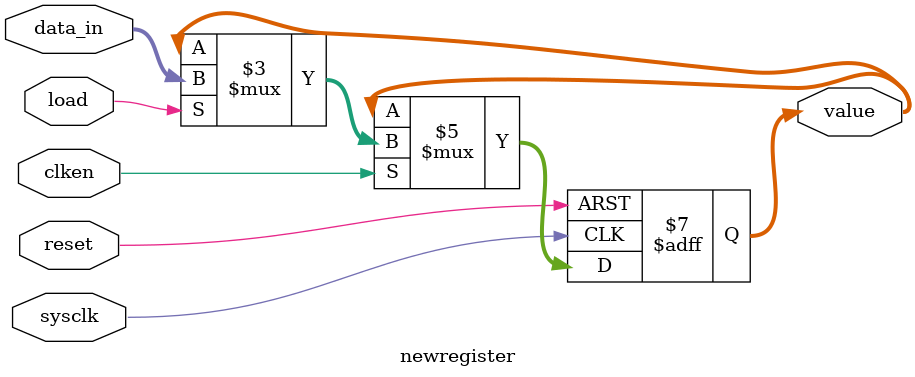
<source format=v>
`default_nettype none 

module newregister
#(parameter size = 8)
(
  input wire sysclk,
  input wire clken,
  input wire reset,
  input wire load,
  input  wire [size-1:0] data_in,
  output reg [size-1:0] value
);

always @(posedge sysclk or posedge reset)
if (reset) begin
    value <= 0;
end else if (clken) begin
    if (load)
      value <= data_in;
    else
      value <= value;
end

endmodule

</source>
